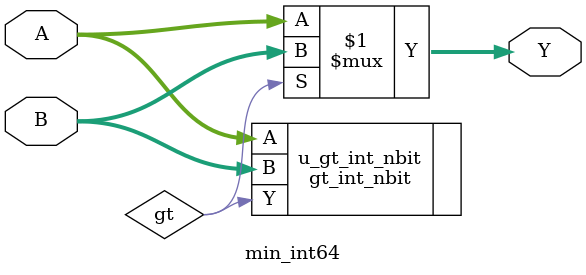
<source format=v>

module min_int64 #(
    parameter WIDTH = 64
)(
    input [WIDTH-1:0] A,
    input [WIDTH-1:0] B,
    output [WIDTH-1:0] Y,
);

    wire gt;
    gt_int_nbit #(
        .WIDTH(WIDTH)
    ) u_gt_int_nbit (
        .A(A),
        .B(B),
        .Y(gt)
    );

    assign Y = gt ? B : A;

endmodule

</source>
